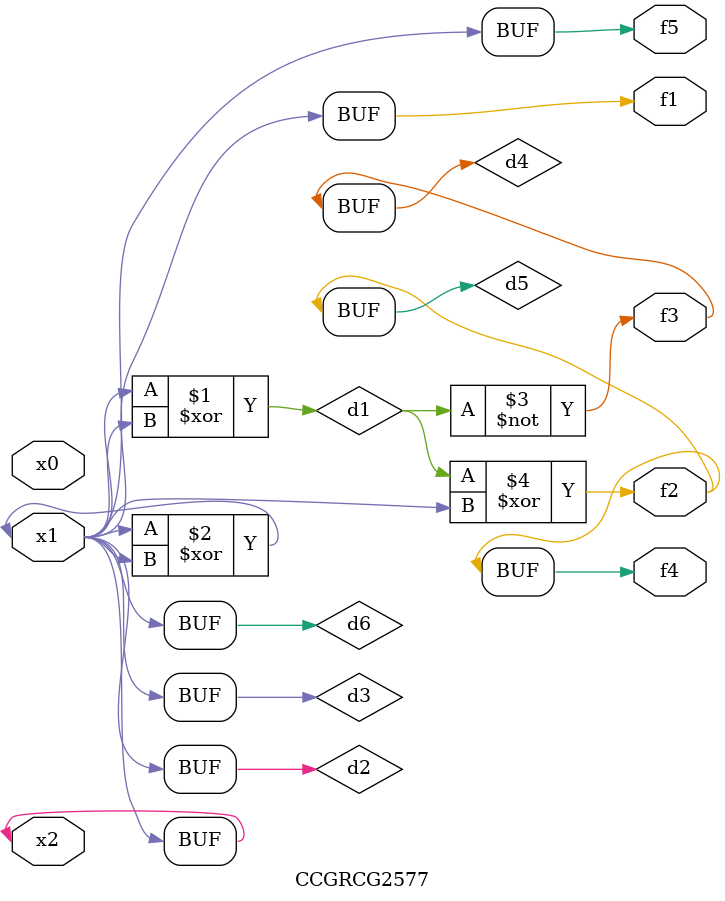
<source format=v>
module CCGRCG2577(
	input x0, x1, x2,
	output f1, f2, f3, f4, f5
);

	wire d1, d2, d3, d4, d5, d6;

	xor (d1, x1, x2);
	buf (d2, x1, x2);
	xor (d3, x1, x2);
	nor (d4, d1);
	xor (d5, d1, d2);
	buf (d6, d2, d3);
	assign f1 = d6;
	assign f2 = d5;
	assign f3 = d4;
	assign f4 = d5;
	assign f5 = d6;
endmodule

</source>
